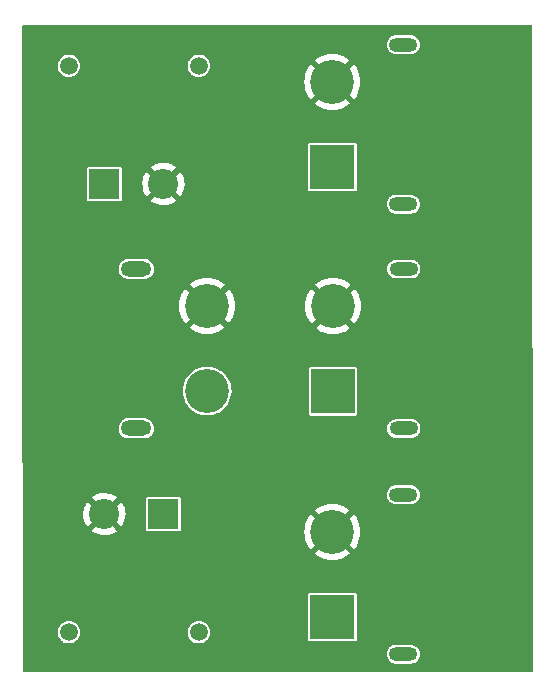
<source format=gbr>
%TF.GenerationSoftware,KiCad,Pcbnew,(6.0.5-0)*%
%TF.CreationDate,2024-03-03T20:53:33-05:00*%
%TF.ProjectId,power_PCB_v0.1,706f7765-725f-4504-9342-5f76302e312e,rev?*%
%TF.SameCoordinates,Original*%
%TF.FileFunction,Copper,L2,Bot*%
%TF.FilePolarity,Positive*%
%FSLAX46Y46*%
G04 Gerber Fmt 4.6, Leading zero omitted, Abs format (unit mm)*
G04 Created by KiCad (PCBNEW (6.0.5-0)) date 2024-03-03 20:53:33*
%MOMM*%
%LPD*%
G01*
G04 APERTURE LIST*
%TA.AperFunction,ComponentPad*%
%ADD10R,3.716000X3.716000*%
%TD*%
%TA.AperFunction,ComponentPad*%
%ADD11C,3.716000*%
%TD*%
%TA.AperFunction,ComponentPad*%
%ADD12O,2.400000X1.200000*%
%TD*%
%TA.AperFunction,ComponentPad*%
%ADD13C,2.550000*%
%TD*%
%TA.AperFunction,ComponentPad*%
%ADD14R,2.550000X2.550000*%
%TD*%
%TA.AperFunction,ComponentPad*%
%ADD15C,1.508000*%
%TD*%
%TA.AperFunction,ComponentPad*%
%ADD16O,2.600000X1.300000*%
%TD*%
G04 APERTURE END LIST*
D10*
%TO.P,J5,1,+*%
%TO.N,+BATT*%
X136750000Y-76750000D03*
D11*
%TO.P,J5,2,-*%
%TO.N,-BATT*%
X136750000Y-69550000D03*
D12*
%TO.P,J5,S1*%
%TO.N,N/C*%
X142750000Y-79900000D03*
%TO.P,J5,S2*%
X142750000Y-66400000D03*
%TD*%
D13*
%TO.P,J2,N,N*%
%TO.N,-BATT*%
X117450000Y-106144250D03*
D14*
%TO.P,J2,P,P*%
%TO.N,+BATT*%
X122450000Y-106144250D03*
D15*
%TO.P,J2,S1*%
%TO.N,N/C*%
X114450000Y-116144250D03*
%TO.P,J2,S2*%
X125450000Y-116144250D03*
%TD*%
D10*
%TO.P,J4,1,+*%
%TO.N,+BATT*%
X136800000Y-95750000D03*
D11*
%TO.P,J4,2,-*%
%TO.N,-BATT*%
X136800000Y-88550000D03*
D12*
%TO.P,J4,S1*%
%TO.N,N/C*%
X142800000Y-98900000D03*
%TO.P,J4,S2*%
X142800000Y-85400000D03*
%TD*%
D10*
%TO.P,J3,1,+*%
%TO.N,+BATT*%
X136750000Y-114850000D03*
D11*
%TO.P,J3,2,-*%
%TO.N,-BATT*%
X136750000Y-107650000D03*
D12*
%TO.P,J3,S1*%
%TO.N,N/C*%
X142750000Y-118000000D03*
%TO.P,J3,S2*%
X142750000Y-104500000D03*
%TD*%
D11*
%TO.P,J1,1,-*%
%TO.N,-BATT*%
X126150000Y-88537500D03*
%TO.P,J1,2,+*%
%TO.N,+BATT*%
X126150000Y-95737500D03*
D16*
%TO.P,J1,S1,SHIELD*%
%TO.N,N/C*%
X120150000Y-85387500D03*
%TO.P,J1,S2,SHIELD*%
X120150000Y-98887500D03*
%TD*%
D13*
%TO.P,J6,N,N*%
%TO.N,-BATT*%
X122450000Y-78200000D03*
D14*
%TO.P,J6,P,P*%
%TO.N,+BATT*%
X117450000Y-78200000D03*
D15*
%TO.P,J6,S1*%
%TO.N,N/C*%
X125450000Y-68200000D03*
%TO.P,J6,S2*%
X114450000Y-68200000D03*
%TD*%
%TA.AperFunction,Conductor*%
%TO.N,-BATT*%
G36*
X153625636Y-64776860D02*
G01*
X153672129Y-64830516D01*
X153683515Y-64882742D01*
X153732710Y-118800107D01*
X153733285Y-119430743D01*
X153713345Y-119498882D01*
X153659732Y-119545424D01*
X153607285Y-119556858D01*
X110659285Y-119556858D01*
X110591164Y-119536856D01*
X110544671Y-119483200D01*
X110533285Y-119430973D01*
X110532710Y-118800107D01*
X110531975Y-117994376D01*
X141344455Y-117994376D01*
X141363227Y-118172983D01*
X141421103Y-118342993D01*
X141515206Y-118495955D01*
X141520132Y-118500986D01*
X141520135Y-118500989D01*
X141523838Y-118504770D01*
X141640859Y-118624268D01*
X141646784Y-118628087D01*
X141646786Y-118628088D01*
X141785891Y-118717735D01*
X141791817Y-118721554D01*
X141798437Y-118723963D01*
X141798440Y-118723965D01*
X141953961Y-118780570D01*
X141953964Y-118780571D01*
X141960578Y-118782978D01*
X141987121Y-118786331D01*
X142095355Y-118800004D01*
X142095358Y-118800004D01*
X142099283Y-118800500D01*
X143395155Y-118800500D01*
X143528472Y-118785546D01*
X143535847Y-118782978D01*
X143603451Y-118759436D01*
X143698073Y-118726485D01*
X143705965Y-118721554D01*
X143844401Y-118635049D01*
X143850375Y-118631316D01*
X143914365Y-118567771D01*
X143972810Y-118509733D01*
X143972813Y-118509729D01*
X143977807Y-118504770D01*
X144074037Y-118353136D01*
X144084643Y-118323352D01*
X144131919Y-118190586D01*
X144131920Y-118190581D01*
X144134281Y-118183951D01*
X144135114Y-118176965D01*
X144135115Y-118176961D01*
X144154711Y-118012617D01*
X144155545Y-118005624D01*
X144136773Y-117827017D01*
X144078897Y-117657007D01*
X143984794Y-117504045D01*
X143979868Y-117499014D01*
X143979865Y-117499011D01*
X143919024Y-117436883D01*
X143859141Y-117375732D01*
X143842413Y-117364951D01*
X143714109Y-117282265D01*
X143708183Y-117278446D01*
X143701563Y-117276037D01*
X143701560Y-117276035D01*
X143546039Y-117219430D01*
X143546036Y-117219429D01*
X143539422Y-117217022D01*
X143482692Y-117209856D01*
X143404645Y-117199996D01*
X143404642Y-117199996D01*
X143400717Y-117199500D01*
X142104845Y-117199500D01*
X141971528Y-117214454D01*
X141964875Y-117216771D01*
X141964874Y-117216771D01*
X141896549Y-117240564D01*
X141801927Y-117273515D01*
X141795953Y-117277248D01*
X141795951Y-117277249D01*
X141787924Y-117282265D01*
X141649625Y-117368684D01*
X141585635Y-117432229D01*
X141527190Y-117490267D01*
X141527187Y-117490271D01*
X141522193Y-117495230D01*
X141425963Y-117646864D01*
X141423598Y-117653506D01*
X141368081Y-117809414D01*
X141368080Y-117809419D01*
X141365719Y-117816049D01*
X141364886Y-117823035D01*
X141364885Y-117823039D01*
X141349648Y-117950823D01*
X141344455Y-117994376D01*
X110531975Y-117994376D01*
X110530275Y-116130859D01*
X113490975Y-116130859D01*
X113506639Y-116317389D01*
X113558235Y-116497325D01*
X113643797Y-116663812D01*
X113647620Y-116668636D01*
X113647623Y-116668640D01*
X113740825Y-116786231D01*
X113760068Y-116810509D01*
X113764762Y-116814504D01*
X113875207Y-116908500D01*
X113902618Y-116931829D01*
X113907996Y-116934835D01*
X113907998Y-116934836D01*
X113942396Y-116954060D01*
X114066018Y-117023150D01*
X114244043Y-117080994D01*
X114429914Y-117103158D01*
X114436049Y-117102686D01*
X114436051Y-117102686D01*
X114610408Y-117089270D01*
X114610413Y-117089269D01*
X114616549Y-117088797D01*
X114622479Y-117087141D01*
X114622481Y-117087141D01*
X114790913Y-117040114D01*
X114790912Y-117040114D01*
X114796841Y-117038459D01*
X114827148Y-117023150D01*
X114875774Y-116998587D01*
X114963921Y-116954060D01*
X114992376Y-116931829D01*
X115106571Y-116842610D01*
X115106572Y-116842610D01*
X115111427Y-116838816D01*
X115233738Y-116697117D01*
X115326198Y-116534358D01*
X115385283Y-116356741D01*
X115408744Y-116171030D01*
X115409118Y-116144250D01*
X115407805Y-116130859D01*
X124490975Y-116130859D01*
X124506639Y-116317389D01*
X124558235Y-116497325D01*
X124643797Y-116663812D01*
X124647620Y-116668636D01*
X124647623Y-116668640D01*
X124740825Y-116786231D01*
X124760068Y-116810509D01*
X124764762Y-116814504D01*
X124875207Y-116908500D01*
X124902618Y-116931829D01*
X124907996Y-116934835D01*
X124907998Y-116934836D01*
X124942396Y-116954060D01*
X125066018Y-117023150D01*
X125244043Y-117080994D01*
X125429914Y-117103158D01*
X125436049Y-117102686D01*
X125436051Y-117102686D01*
X125610408Y-117089270D01*
X125610413Y-117089269D01*
X125616549Y-117088797D01*
X125622479Y-117087141D01*
X125622481Y-117087141D01*
X125790913Y-117040114D01*
X125790912Y-117040114D01*
X125796841Y-117038459D01*
X125827148Y-117023150D01*
X125875774Y-116998587D01*
X125963921Y-116954060D01*
X125992376Y-116931829D01*
X126106571Y-116842610D01*
X126106572Y-116842610D01*
X126111427Y-116838816D01*
X126207298Y-116727748D01*
X134691500Y-116727748D01*
X134703133Y-116786231D01*
X134747448Y-116852552D01*
X134813769Y-116896867D01*
X134825938Y-116899288D01*
X134825939Y-116899288D01*
X134866184Y-116907293D01*
X134872252Y-116908500D01*
X138627748Y-116908500D01*
X138633816Y-116907293D01*
X138674061Y-116899288D01*
X138674062Y-116899288D01*
X138686231Y-116896867D01*
X138752552Y-116852552D01*
X138796867Y-116786231D01*
X138808500Y-116727748D01*
X138808500Y-112972252D01*
X138796867Y-112913769D01*
X138752552Y-112847448D01*
X138686231Y-112803133D01*
X138674062Y-112800712D01*
X138674061Y-112800712D01*
X138633816Y-112792707D01*
X138627748Y-112791500D01*
X134872252Y-112791500D01*
X134866184Y-112792707D01*
X134825939Y-112800712D01*
X134825938Y-112800712D01*
X134813769Y-112803133D01*
X134747448Y-112847448D01*
X134703133Y-112913769D01*
X134691500Y-112972252D01*
X134691500Y-116727748D01*
X126207298Y-116727748D01*
X126233738Y-116697117D01*
X126326198Y-116534358D01*
X126385283Y-116356741D01*
X126408744Y-116171030D01*
X126409118Y-116144250D01*
X126390852Y-115957956D01*
X126336749Y-115778759D01*
X126248870Y-115613482D01*
X126244980Y-115608712D01*
X126244977Y-115608708D01*
X126134457Y-115473198D01*
X126134454Y-115473195D01*
X126130562Y-115468423D01*
X125986332Y-115349105D01*
X125821673Y-115260074D01*
X125732265Y-115232398D01*
X125648744Y-115206544D01*
X125648741Y-115206543D01*
X125642857Y-115204722D01*
X125636732Y-115204078D01*
X125636731Y-115204078D01*
X125462824Y-115185799D01*
X125462823Y-115185799D01*
X125456696Y-115185155D01*
X125380143Y-115192122D01*
X125276418Y-115201562D01*
X125276415Y-115201563D01*
X125270279Y-115202121D01*
X125264373Y-115203859D01*
X125264369Y-115203860D01*
X125129075Y-115243679D01*
X125090708Y-115254971D01*
X124924822Y-115341694D01*
X124920022Y-115345554D01*
X124920021Y-115345554D01*
X124910718Y-115353034D01*
X124778940Y-115458986D01*
X124658619Y-115602380D01*
X124655655Y-115607772D01*
X124655652Y-115607776D01*
X124581455Y-115742741D01*
X124568441Y-115766413D01*
X124566580Y-115772280D01*
X124566579Y-115772282D01*
X124562653Y-115784659D01*
X124511841Y-115944838D01*
X124490975Y-116130859D01*
X115407805Y-116130859D01*
X115390852Y-115957956D01*
X115336749Y-115778759D01*
X115248870Y-115613482D01*
X115244980Y-115608712D01*
X115244977Y-115608708D01*
X115134457Y-115473198D01*
X115134454Y-115473195D01*
X115130562Y-115468423D01*
X114986332Y-115349105D01*
X114821673Y-115260074D01*
X114732265Y-115232398D01*
X114648744Y-115206544D01*
X114648741Y-115206543D01*
X114642857Y-115204722D01*
X114636732Y-115204078D01*
X114636731Y-115204078D01*
X114462824Y-115185799D01*
X114462823Y-115185799D01*
X114456696Y-115185155D01*
X114380143Y-115192122D01*
X114276418Y-115201562D01*
X114276415Y-115201563D01*
X114270279Y-115202121D01*
X114264373Y-115203859D01*
X114264369Y-115203860D01*
X114129075Y-115243679D01*
X114090708Y-115254971D01*
X113924822Y-115341694D01*
X113920022Y-115345554D01*
X113920021Y-115345554D01*
X113910718Y-115353034D01*
X113778940Y-115458986D01*
X113658619Y-115602380D01*
X113655655Y-115607772D01*
X113655652Y-115607776D01*
X113581455Y-115742741D01*
X113568441Y-115766413D01*
X113566580Y-115772280D01*
X113566579Y-115772282D01*
X113562653Y-115784659D01*
X113511841Y-115944838D01*
X113490975Y-116130859D01*
X110530275Y-116130859D01*
X110524221Y-109495387D01*
X135270070Y-109495387D01*
X135276528Y-109504747D01*
X135303488Y-109528391D01*
X135310003Y-109533389D01*
X135561028Y-109701119D01*
X135568165Y-109705240D01*
X135838930Y-109838766D01*
X135846534Y-109841916D01*
X136132413Y-109938959D01*
X136140365Y-109941090D01*
X136436469Y-109999988D01*
X136444627Y-110001062D01*
X136745881Y-110020807D01*
X136754119Y-110020807D01*
X137055373Y-110001062D01*
X137063531Y-109999988D01*
X137359635Y-109941090D01*
X137367587Y-109938959D01*
X137653466Y-109841916D01*
X137661070Y-109838766D01*
X137931835Y-109705240D01*
X137938972Y-109701119D01*
X138189997Y-109533389D01*
X138196512Y-109528391D01*
X138221609Y-109506381D01*
X138230004Y-109493146D01*
X138224169Y-109483379D01*
X136762812Y-108022022D01*
X136748868Y-108014408D01*
X136747035Y-108014539D01*
X136740420Y-108018790D01*
X135277584Y-109481626D01*
X135270070Y-109495387D01*
X110524221Y-109495387D01*
X110522465Y-107571270D01*
X116387725Y-107571270D01*
X116396438Y-107582790D01*
X116498737Y-107657798D01*
X116506636Y-107662734D01*
X116732902Y-107781778D01*
X116741451Y-107785495D01*
X116982816Y-107869783D01*
X116991825Y-107872197D01*
X117243004Y-107919885D01*
X117252261Y-107920939D01*
X117507732Y-107930978D01*
X117517046Y-107930652D01*
X117771184Y-107902820D01*
X117780361Y-107901119D01*
X118027593Y-107836028D01*
X118036413Y-107832991D01*
X118271313Y-107732070D01*
X118279585Y-107727763D01*
X118398593Y-107654119D01*
X134379193Y-107654119D01*
X134398938Y-107955373D01*
X134400012Y-107963531D01*
X134458910Y-108259635D01*
X134461041Y-108267587D01*
X134558081Y-108553457D01*
X134561236Y-108561076D01*
X134694761Y-108831835D01*
X134698882Y-108838973D01*
X134866611Y-109089997D01*
X134871609Y-109096512D01*
X134893619Y-109121609D01*
X134906854Y-109130004D01*
X134916621Y-109124169D01*
X136377978Y-107662812D01*
X136384356Y-107651132D01*
X137114408Y-107651132D01*
X137114539Y-107652965D01*
X137118790Y-107659580D01*
X138581626Y-109122416D01*
X138595387Y-109129930D01*
X138604747Y-109123472D01*
X138628391Y-109096512D01*
X138633389Y-109089997D01*
X138801118Y-108838973D01*
X138805239Y-108831835D01*
X138938764Y-108561076D01*
X138941919Y-108553457D01*
X139038959Y-108267587D01*
X139041090Y-108259635D01*
X139099988Y-107963531D01*
X139101062Y-107955373D01*
X139120807Y-107654119D01*
X139120807Y-107645881D01*
X139101062Y-107344627D01*
X139099988Y-107336469D01*
X139041090Y-107040365D01*
X139038959Y-107032413D01*
X138941919Y-106746543D01*
X138938764Y-106738924D01*
X138805239Y-106468165D01*
X138801118Y-106461027D01*
X138633389Y-106210003D01*
X138628391Y-106203488D01*
X138606381Y-106178391D01*
X138593146Y-106169996D01*
X138583379Y-106175831D01*
X137122022Y-107637188D01*
X137114408Y-107651132D01*
X136384356Y-107651132D01*
X136385592Y-107648868D01*
X136385461Y-107647035D01*
X136381210Y-107640420D01*
X134918374Y-106177584D01*
X134904613Y-106170070D01*
X134895253Y-106176528D01*
X134871609Y-106203488D01*
X134866611Y-106210003D01*
X134698882Y-106461027D01*
X134694761Y-106468165D01*
X134561236Y-106738924D01*
X134558081Y-106746543D01*
X134461041Y-107032413D01*
X134458910Y-107040365D01*
X134400012Y-107336469D01*
X134398938Y-107344627D01*
X134379193Y-107645881D01*
X134379193Y-107654119D01*
X118398593Y-107654119D01*
X118496982Y-107593234D01*
X118504529Y-107587750D01*
X118506820Y-107585811D01*
X118515257Y-107573008D01*
X118509193Y-107562653D01*
X118385538Y-107438998D01*
X120974500Y-107438998D01*
X120986133Y-107497481D01*
X121030448Y-107563802D01*
X121096769Y-107608117D01*
X121108938Y-107610538D01*
X121108939Y-107610538D01*
X121149184Y-107618543D01*
X121155252Y-107619750D01*
X123744748Y-107619750D01*
X123750816Y-107618543D01*
X123791061Y-107610538D01*
X123791062Y-107610538D01*
X123803231Y-107608117D01*
X123869552Y-107563802D01*
X123913867Y-107497481D01*
X123925500Y-107438998D01*
X123925500Y-105806854D01*
X135269996Y-105806854D01*
X135275831Y-105816621D01*
X136737188Y-107277978D01*
X136751132Y-107285592D01*
X136752965Y-107285461D01*
X136759580Y-107281210D01*
X138222416Y-105818374D01*
X138229930Y-105804613D01*
X138223472Y-105795253D01*
X138196512Y-105771609D01*
X138189997Y-105766611D01*
X137938972Y-105598881D01*
X137931835Y-105594760D01*
X137661070Y-105461234D01*
X137653466Y-105458084D01*
X137367587Y-105361041D01*
X137359635Y-105358910D01*
X137063531Y-105300012D01*
X137055373Y-105298938D01*
X136754119Y-105279193D01*
X136745881Y-105279193D01*
X136444627Y-105298938D01*
X136436469Y-105300012D01*
X136140365Y-105358910D01*
X136132413Y-105361041D01*
X135846543Y-105458081D01*
X135838924Y-105461236D01*
X135568165Y-105594761D01*
X135561027Y-105598882D01*
X135310003Y-105766611D01*
X135303488Y-105771609D01*
X135278391Y-105793619D01*
X135269996Y-105806854D01*
X123925500Y-105806854D01*
X123925500Y-104849502D01*
X123913867Y-104791019D01*
X123869552Y-104724698D01*
X123803231Y-104680383D01*
X123791062Y-104677962D01*
X123791061Y-104677962D01*
X123750816Y-104669957D01*
X123744748Y-104668750D01*
X121155252Y-104668750D01*
X121149184Y-104669957D01*
X121108939Y-104677962D01*
X121108938Y-104677962D01*
X121096769Y-104680383D01*
X121030448Y-104724698D01*
X120986133Y-104791019D01*
X120974500Y-104849502D01*
X120974500Y-107438998D01*
X118385538Y-107438998D01*
X117462812Y-106516272D01*
X117448868Y-106508658D01*
X117447035Y-106508789D01*
X117440420Y-106513040D01*
X116394383Y-107559077D01*
X116387725Y-107571270D01*
X110522465Y-107571270D01*
X110521124Y-106102118D01*
X115662837Y-106102118D01*
X115675103Y-106357482D01*
X115676239Y-106366737D01*
X115726117Y-106617487D01*
X115728609Y-106626473D01*
X115815000Y-106867091D01*
X115818797Y-106875619D01*
X115939802Y-107100822D01*
X115944813Y-107108688D01*
X116011583Y-107198103D01*
X116022841Y-107206552D01*
X116035260Y-107199780D01*
X117077978Y-106157062D01*
X117084356Y-106145382D01*
X117814408Y-106145382D01*
X117814539Y-106147215D01*
X117818790Y-106153830D01*
X118868004Y-107203044D01*
X118880384Y-107209804D01*
X118888725Y-107203560D01*
X119018800Y-107001336D01*
X119023243Y-106993152D01*
X119128249Y-106760046D01*
X119131439Y-106751281D01*
X119200835Y-106505224D01*
X119202695Y-106496082D01*
X119235152Y-106240957D01*
X119235633Y-106234670D01*
X119237917Y-106147410D01*
X119237766Y-106141101D01*
X119218706Y-105884619D01*
X119217329Y-105875413D01*
X119160904Y-105626046D01*
X119158180Y-105617135D01*
X119065515Y-105378850D01*
X119061504Y-105370440D01*
X118934638Y-105148471D01*
X118929427Y-105140745D01*
X118889194Y-105089710D01*
X118877268Y-105081238D01*
X118865736Y-105087724D01*
X117822022Y-106131438D01*
X117814408Y-106145382D01*
X117084356Y-106145382D01*
X117085592Y-106143118D01*
X117085461Y-106141285D01*
X117081210Y-106134670D01*
X116033568Y-105087028D01*
X116020259Y-105079761D01*
X116010224Y-105086880D01*
X115997347Y-105102363D01*
X115991936Y-105109949D01*
X115859308Y-105328514D01*
X115855070Y-105336831D01*
X115756206Y-105572594D01*
X115753245Y-105581444D01*
X115690317Y-105829228D01*
X115688695Y-105838425D01*
X115663082Y-106092792D01*
X115662837Y-106102118D01*
X110521124Y-106102118D01*
X110519858Y-104714996D01*
X116385159Y-104714996D01*
X116389732Y-104724772D01*
X117437188Y-105772228D01*
X117451132Y-105779842D01*
X117452965Y-105779711D01*
X117459580Y-105775460D01*
X118506384Y-104728656D01*
X118512768Y-104716966D01*
X118503357Y-104704856D01*
X118361315Y-104606318D01*
X118353288Y-104601590D01*
X118135880Y-104494376D01*
X141344455Y-104494376D01*
X141363227Y-104672983D01*
X141365498Y-104679654D01*
X141407553Y-104803189D01*
X141421103Y-104842993D01*
X141424793Y-104848991D01*
X141424794Y-104848993D01*
X141431006Y-104859090D01*
X141515206Y-104995955D01*
X141520132Y-105000986D01*
X141520135Y-105000989D01*
X141523838Y-105004770D01*
X141640859Y-105124268D01*
X141646784Y-105128087D01*
X141646786Y-105128088D01*
X141785891Y-105217735D01*
X141791817Y-105221554D01*
X141798437Y-105223963D01*
X141798440Y-105223965D01*
X141953961Y-105280570D01*
X141953964Y-105280571D01*
X141960578Y-105282978D01*
X141987121Y-105286331D01*
X142095355Y-105300004D01*
X142095358Y-105300004D01*
X142099283Y-105300500D01*
X143395155Y-105300500D01*
X143528472Y-105285546D01*
X143535847Y-105282978D01*
X143603451Y-105259436D01*
X143698073Y-105226485D01*
X143705965Y-105221554D01*
X143844401Y-105135049D01*
X143850375Y-105131316D01*
X143914365Y-105067771D01*
X143972810Y-105009733D01*
X143972813Y-105009729D01*
X143977807Y-105004770D01*
X144074037Y-104853136D01*
X144099829Y-104780703D01*
X144131919Y-104690586D01*
X144131920Y-104690581D01*
X144134281Y-104683951D01*
X144135114Y-104676965D01*
X144135115Y-104676961D01*
X144154711Y-104512617D01*
X144155545Y-104505624D01*
X144151952Y-104471441D01*
X144137510Y-104334025D01*
X144137509Y-104334021D01*
X144136773Y-104327017D01*
X144078897Y-104157007D01*
X143984794Y-104004045D01*
X143979868Y-103999014D01*
X143979865Y-103999011D01*
X143919024Y-103936883D01*
X143859141Y-103875732D01*
X143842413Y-103864951D01*
X143714109Y-103782265D01*
X143708183Y-103778446D01*
X143701563Y-103776037D01*
X143701560Y-103776035D01*
X143546039Y-103719430D01*
X143546036Y-103719429D01*
X143539422Y-103717022D01*
X143482692Y-103709856D01*
X143404645Y-103699996D01*
X143404642Y-103699996D01*
X143400717Y-103699500D01*
X142104845Y-103699500D01*
X141971528Y-103714454D01*
X141964875Y-103716771D01*
X141964874Y-103716771D01*
X141896549Y-103740564D01*
X141801927Y-103773515D01*
X141795953Y-103777248D01*
X141795951Y-103777249D01*
X141787924Y-103782265D01*
X141649625Y-103868684D01*
X141585635Y-103932229D01*
X141527190Y-103990267D01*
X141527187Y-103990271D01*
X141522193Y-103995230D01*
X141425963Y-104146864D01*
X141423598Y-104153506D01*
X141368081Y-104309414D01*
X141368080Y-104309419D01*
X141365719Y-104316049D01*
X141364886Y-104323035D01*
X141364885Y-104323039D01*
X141349648Y-104450823D01*
X141344455Y-104494376D01*
X118135880Y-104494376D01*
X118123985Y-104488510D01*
X118115352Y-104485022D01*
X117871851Y-104407078D01*
X117862790Y-104404902D01*
X117610445Y-104363805D01*
X117601158Y-104362993D01*
X117345522Y-104359646D01*
X117336211Y-104360216D01*
X117082885Y-104394692D01*
X117073766Y-104396630D01*
X116828328Y-104468169D01*
X116819575Y-104471441D01*
X116587406Y-104578473D01*
X116579251Y-104582993D01*
X116394297Y-104704254D01*
X116385159Y-104714996D01*
X110519858Y-104714996D01*
X110514497Y-98839744D01*
X118645819Y-98839744D01*
X118646176Y-98846561D01*
X118646176Y-98846565D01*
X118654302Y-99001611D01*
X118655490Y-99024281D01*
X118657301Y-99030854D01*
X118657301Y-99030857D01*
X118682930Y-99123902D01*
X118704562Y-99202436D01*
X118790746Y-99365898D01*
X118910020Y-99507040D01*
X118915444Y-99511187D01*
X118915445Y-99511188D01*
X119051399Y-99615133D01*
X119051403Y-99615136D01*
X119056820Y-99619277D01*
X119063000Y-99622159D01*
X119063002Y-99622160D01*
X119218120Y-99694493D01*
X119218123Y-99694494D01*
X119224297Y-99697373D01*
X119230942Y-99698858D01*
X119230947Y-99698860D01*
X119339207Y-99723058D01*
X119404637Y-99737683D01*
X119410307Y-99738000D01*
X120846164Y-99738000D01*
X120983709Y-99723058D01*
X121158848Y-99664117D01*
X121317244Y-99568943D01*
X121353086Y-99535049D01*
X121446549Y-99446665D01*
X121446551Y-99446663D01*
X121451507Y-99441976D01*
X121555375Y-99289140D01*
X121557910Y-99282803D01*
X121621466Y-99123902D01*
X121621467Y-99123897D01*
X121624000Y-99117565D01*
X121654181Y-98935256D01*
X121652039Y-98894376D01*
X141394455Y-98894376D01*
X141395191Y-98901379D01*
X141395191Y-98901380D01*
X141398752Y-98935256D01*
X141413227Y-99072983D01*
X141415498Y-99079654D01*
X141455056Y-99195854D01*
X141471103Y-99242993D01*
X141565206Y-99395955D01*
X141570132Y-99400986D01*
X141570135Y-99400989D01*
X141573838Y-99404770D01*
X141690859Y-99524268D01*
X141696784Y-99528087D01*
X141696786Y-99528088D01*
X141835891Y-99617735D01*
X141841817Y-99621554D01*
X141848437Y-99623963D01*
X141848440Y-99623965D01*
X142003961Y-99680570D01*
X142003964Y-99680571D01*
X142010578Y-99682978D01*
X142037121Y-99686331D01*
X142145355Y-99700004D01*
X142145358Y-99700004D01*
X142149283Y-99700500D01*
X143445155Y-99700500D01*
X143578472Y-99685546D01*
X143585847Y-99682978D01*
X143653451Y-99659436D01*
X143748073Y-99626485D01*
X143754995Y-99622160D01*
X143894401Y-99535049D01*
X143900375Y-99531316D01*
X143996022Y-99436334D01*
X144022810Y-99409733D01*
X144022813Y-99409729D01*
X144027807Y-99404770D01*
X144124037Y-99253136D01*
X144139940Y-99208475D01*
X144181919Y-99090586D01*
X144181920Y-99090581D01*
X144184281Y-99083951D01*
X144185114Y-99076965D01*
X144185115Y-99076961D01*
X144204711Y-98912617D01*
X144205545Y-98905624D01*
X144197913Y-98833006D01*
X144187510Y-98734025D01*
X144187509Y-98734021D01*
X144186773Y-98727017D01*
X144165377Y-98664167D01*
X144131168Y-98563677D01*
X144131167Y-98563674D01*
X144128897Y-98557007D01*
X144034794Y-98404045D01*
X144029868Y-98399014D01*
X144029865Y-98399011D01*
X143965245Y-98333024D01*
X143909141Y-98275732D01*
X143897082Y-98267960D01*
X143764109Y-98182265D01*
X143758183Y-98178446D01*
X143751563Y-98176037D01*
X143751560Y-98176035D01*
X143596039Y-98119430D01*
X143596036Y-98119429D01*
X143589422Y-98117022D01*
X143523592Y-98108706D01*
X143454645Y-98099996D01*
X143454642Y-98099996D01*
X143450717Y-98099500D01*
X142154845Y-98099500D01*
X142021528Y-98114454D01*
X142014875Y-98116771D01*
X142014874Y-98116771D01*
X141946549Y-98140564D01*
X141851927Y-98173515D01*
X141845953Y-98177248D01*
X141845951Y-98177249D01*
X141799849Y-98206057D01*
X141699625Y-98268684D01*
X141639556Y-98328335D01*
X141577190Y-98390267D01*
X141577187Y-98390271D01*
X141572193Y-98395230D01*
X141568419Y-98401176D01*
X141568418Y-98401178D01*
X141562791Y-98410045D01*
X141475963Y-98546864D01*
X141473598Y-98553506D01*
X141418081Y-98709414D01*
X141418080Y-98709419D01*
X141415719Y-98716049D01*
X141414886Y-98723035D01*
X141414885Y-98723039D01*
X141412369Y-98744143D01*
X141394455Y-98894376D01*
X121652039Y-98894376D01*
X121648823Y-98833006D01*
X121644867Y-98757532D01*
X121644510Y-98750719D01*
X121637982Y-98727017D01*
X121597251Y-98579146D01*
X121595438Y-98572564D01*
X121509254Y-98409102D01*
X121389980Y-98267960D01*
X121384555Y-98263812D01*
X121248601Y-98159867D01*
X121248597Y-98159864D01*
X121243180Y-98155723D01*
X121237000Y-98152841D01*
X121236998Y-98152840D01*
X121081880Y-98080507D01*
X121081877Y-98080506D01*
X121075703Y-98077627D01*
X121069058Y-98076142D01*
X121069053Y-98076140D01*
X120929129Y-98044865D01*
X120895363Y-98037317D01*
X120889693Y-98037000D01*
X119453836Y-98037000D01*
X119316291Y-98051942D01*
X119141152Y-98110883D01*
X118982756Y-98206057D01*
X118977796Y-98210748D01*
X118977794Y-98210749D01*
X118903751Y-98280769D01*
X118848493Y-98333024D01*
X118744625Y-98485860D01*
X118742092Y-98492194D01*
X118742090Y-98492197D01*
X118678534Y-98651098D01*
X118678533Y-98651103D01*
X118676000Y-98657435D01*
X118645819Y-98839744D01*
X110514497Y-98839744D01*
X110511647Y-95715893D01*
X124086803Y-95715893D01*
X124102960Y-95996101D01*
X124103785Y-96000306D01*
X124103786Y-96000314D01*
X124114711Y-96055997D01*
X124156996Y-96271524D01*
X124158383Y-96275574D01*
X124158384Y-96275579D01*
X124246522Y-96533009D01*
X124247911Y-96537065D01*
X124374022Y-96787810D01*
X124376448Y-96791339D01*
X124376451Y-96791345D01*
X124485012Y-96949301D01*
X124532997Y-97019120D01*
X124721894Y-97226715D01*
X124725183Y-97229465D01*
X124933925Y-97404001D01*
X124933930Y-97404005D01*
X124937217Y-97406753D01*
X124992424Y-97441384D01*
X125171341Y-97553619D01*
X125171345Y-97553621D01*
X125174981Y-97555902D01*
X125430788Y-97671403D01*
X125480846Y-97686231D01*
X125695790Y-97749901D01*
X125695795Y-97749902D01*
X125699903Y-97751119D01*
X125704137Y-97751767D01*
X125704142Y-97751768D01*
X125948514Y-97789162D01*
X125977347Y-97793574D01*
X126120292Y-97795819D01*
X126253694Y-97797915D01*
X126253700Y-97797915D01*
X126257985Y-97797982D01*
X126536626Y-97764263D01*
X126808112Y-97693040D01*
X126812072Y-97691400D01*
X126812077Y-97691398D01*
X126965740Y-97627748D01*
X134741500Y-97627748D01*
X134742707Y-97633816D01*
X134750184Y-97671403D01*
X134753133Y-97686231D01*
X134797448Y-97752552D01*
X134863769Y-97796867D01*
X134875938Y-97799288D01*
X134875939Y-97799288D01*
X134916184Y-97807293D01*
X134922252Y-97808500D01*
X138677748Y-97808500D01*
X138683816Y-97807293D01*
X138724061Y-97799288D01*
X138724062Y-97799288D01*
X138736231Y-97796867D01*
X138802552Y-97752552D01*
X138846867Y-97686231D01*
X138849817Y-97671403D01*
X138857293Y-97633816D01*
X138858500Y-97627748D01*
X138858500Y-93872252D01*
X138846867Y-93813769D01*
X138836262Y-93797897D01*
X138809443Y-93757761D01*
X138802552Y-93747448D01*
X138736231Y-93703133D01*
X138724062Y-93700712D01*
X138724061Y-93700712D01*
X138683816Y-93692707D01*
X138677748Y-93691500D01*
X134922252Y-93691500D01*
X134916184Y-93692707D01*
X134875939Y-93700712D01*
X134875938Y-93700712D01*
X134863769Y-93703133D01*
X134797448Y-93747448D01*
X134790557Y-93757761D01*
X134763739Y-93797897D01*
X134753133Y-93813769D01*
X134741500Y-93872252D01*
X134741500Y-97627748D01*
X126965740Y-97627748D01*
X126980677Y-97621561D01*
X127067420Y-97585631D01*
X127118296Y-97555902D01*
X127306054Y-97446185D01*
X127306055Y-97446185D01*
X127309752Y-97444024D01*
X127530624Y-97270838D01*
X127725948Y-97069279D01*
X127728481Y-97065831D01*
X127728485Y-97065826D01*
X127889572Y-96846532D01*
X127892110Y-96843077D01*
X128026036Y-96596416D01*
X128125247Y-96333862D01*
X128187907Y-96060273D01*
X128212857Y-95780711D01*
X128213310Y-95737500D01*
X128194220Y-95457477D01*
X128188923Y-95431896D01*
X128138172Y-95186832D01*
X128137303Y-95182635D01*
X128043612Y-94918061D01*
X128033401Y-94898276D01*
X127916847Y-94672457D01*
X127916847Y-94672456D01*
X127914882Y-94668650D01*
X127904595Y-94654012D01*
X127755956Y-94442522D01*
X127753493Y-94439017D01*
X127562433Y-94233412D01*
X127345237Y-94055639D01*
X127105923Y-93908987D01*
X127083348Y-93899077D01*
X126852853Y-93797897D01*
X126848921Y-93796171D01*
X126829519Y-93790644D01*
X126713953Y-93757724D01*
X126578986Y-93719278D01*
X126373217Y-93689993D01*
X126305365Y-93680336D01*
X126305363Y-93680336D01*
X126301113Y-93679731D01*
X126296824Y-93679709D01*
X126296817Y-93679708D01*
X126024730Y-93678283D01*
X126024723Y-93678283D01*
X126020444Y-93678261D01*
X126016199Y-93678820D01*
X126016197Y-93678820D01*
X125952813Y-93687165D01*
X125742172Y-93714897D01*
X125471446Y-93788959D01*
X125213277Y-93899077D01*
X125067721Y-93986191D01*
X124976123Y-94041011D01*
X124976119Y-94041014D01*
X124972441Y-94043215D01*
X124753395Y-94218704D01*
X124750451Y-94221806D01*
X124750447Y-94221810D01*
X124563142Y-94419188D01*
X124560192Y-94422297D01*
X124396408Y-94650227D01*
X124265073Y-94898276D01*
X124263601Y-94902299D01*
X124263599Y-94902303D01*
X124256354Y-94922102D01*
X124168616Y-95161855D01*
X124108825Y-95436085D01*
X124086803Y-95715893D01*
X110511647Y-95715893D01*
X110506781Y-90382887D01*
X124670070Y-90382887D01*
X124676528Y-90392247D01*
X124703488Y-90415891D01*
X124710003Y-90420889D01*
X124961028Y-90588619D01*
X124968165Y-90592740D01*
X125238930Y-90726266D01*
X125246534Y-90729416D01*
X125532413Y-90826459D01*
X125540365Y-90828590D01*
X125836469Y-90887488D01*
X125844627Y-90888562D01*
X126145881Y-90908307D01*
X126154119Y-90908307D01*
X126455373Y-90888562D01*
X126463531Y-90887488D01*
X126759635Y-90828590D01*
X126767587Y-90826459D01*
X127053466Y-90729416D01*
X127061070Y-90726266D01*
X127331835Y-90592740D01*
X127338972Y-90588619D01*
X127589997Y-90420889D01*
X127596512Y-90415891D01*
X127619892Y-90395387D01*
X135320070Y-90395387D01*
X135326528Y-90404747D01*
X135353488Y-90428391D01*
X135360003Y-90433389D01*
X135611028Y-90601119D01*
X135618165Y-90605240D01*
X135888930Y-90738766D01*
X135896534Y-90741916D01*
X136182413Y-90838959D01*
X136190365Y-90841090D01*
X136486469Y-90899988D01*
X136494627Y-90901062D01*
X136795881Y-90920807D01*
X136804119Y-90920807D01*
X137105373Y-90901062D01*
X137113531Y-90899988D01*
X137409635Y-90841090D01*
X137417587Y-90838959D01*
X137703466Y-90741916D01*
X137711070Y-90738766D01*
X137981835Y-90605240D01*
X137988972Y-90601119D01*
X138239997Y-90433389D01*
X138246512Y-90428391D01*
X138271609Y-90406381D01*
X138280004Y-90393146D01*
X138274169Y-90383379D01*
X136812812Y-88922022D01*
X136798868Y-88914408D01*
X136797035Y-88914539D01*
X136790420Y-88918790D01*
X135327584Y-90381626D01*
X135320070Y-90395387D01*
X127619892Y-90395387D01*
X127621609Y-90393881D01*
X127630004Y-90380646D01*
X127624169Y-90370879D01*
X126162812Y-88909522D01*
X126148868Y-88901908D01*
X126147035Y-88902039D01*
X126140420Y-88906290D01*
X124677584Y-90369126D01*
X124670070Y-90382887D01*
X110506781Y-90382887D01*
X110505101Y-88541619D01*
X123779193Y-88541619D01*
X123798938Y-88842873D01*
X123800012Y-88851031D01*
X123858910Y-89147135D01*
X123861041Y-89155087D01*
X123958081Y-89440957D01*
X123961236Y-89448576D01*
X124094761Y-89719335D01*
X124098882Y-89726473D01*
X124266611Y-89977497D01*
X124271609Y-89984012D01*
X124293619Y-90009109D01*
X124306854Y-90017504D01*
X124316621Y-90011669D01*
X125777978Y-88550312D01*
X125784356Y-88538632D01*
X126514408Y-88538632D01*
X126514539Y-88540465D01*
X126518790Y-88547080D01*
X127981626Y-90009916D01*
X127995387Y-90017430D01*
X128004747Y-90010972D01*
X128028391Y-89984012D01*
X128033389Y-89977497D01*
X128201118Y-89726473D01*
X128205239Y-89719335D01*
X128338764Y-89448576D01*
X128341919Y-89440957D01*
X128438959Y-89155087D01*
X128441090Y-89147135D01*
X128499988Y-88851031D01*
X128501062Y-88842873D01*
X128519988Y-88554119D01*
X134429193Y-88554119D01*
X134448938Y-88855373D01*
X134450012Y-88863531D01*
X134508910Y-89159635D01*
X134511041Y-89167587D01*
X134608081Y-89453457D01*
X134611236Y-89461076D01*
X134744761Y-89731835D01*
X134748882Y-89738973D01*
X134916611Y-89989997D01*
X134921609Y-89996512D01*
X134943619Y-90021609D01*
X134956854Y-90030004D01*
X134966621Y-90024169D01*
X136427978Y-88562812D01*
X136434356Y-88551132D01*
X137164408Y-88551132D01*
X137164539Y-88552965D01*
X137168790Y-88559580D01*
X138631626Y-90022416D01*
X138645387Y-90029930D01*
X138654747Y-90023472D01*
X138678391Y-89996512D01*
X138683389Y-89989997D01*
X138851118Y-89738973D01*
X138855239Y-89731835D01*
X138988764Y-89461076D01*
X138991919Y-89453457D01*
X139088959Y-89167587D01*
X139091090Y-89159635D01*
X139149988Y-88863531D01*
X139151062Y-88855373D01*
X139170807Y-88554119D01*
X139170807Y-88545881D01*
X139151062Y-88244627D01*
X139149988Y-88236469D01*
X139091090Y-87940365D01*
X139088959Y-87932413D01*
X138991919Y-87646543D01*
X138988764Y-87638924D01*
X138855239Y-87368165D01*
X138851118Y-87361027D01*
X138683389Y-87110003D01*
X138678391Y-87103488D01*
X138656381Y-87078391D01*
X138643146Y-87069996D01*
X138633379Y-87075831D01*
X137172022Y-88537188D01*
X137164408Y-88551132D01*
X136434356Y-88551132D01*
X136435592Y-88548868D01*
X136435461Y-88547035D01*
X136431210Y-88540420D01*
X134968374Y-87077584D01*
X134954613Y-87070070D01*
X134945253Y-87076528D01*
X134921609Y-87103488D01*
X134916611Y-87110003D01*
X134748882Y-87361027D01*
X134744761Y-87368165D01*
X134611236Y-87638924D01*
X134608081Y-87646543D01*
X134511041Y-87932413D01*
X134508910Y-87940365D01*
X134450012Y-88236469D01*
X134448938Y-88244627D01*
X134429193Y-88545881D01*
X134429193Y-88554119D01*
X128519988Y-88554119D01*
X128520807Y-88541619D01*
X128520807Y-88533381D01*
X128501062Y-88232127D01*
X128499988Y-88223969D01*
X128441090Y-87927865D01*
X128438959Y-87919913D01*
X128341919Y-87634043D01*
X128338764Y-87626424D01*
X128205239Y-87355665D01*
X128201118Y-87348527D01*
X128033389Y-87097503D01*
X128028391Y-87090988D01*
X128006381Y-87065891D01*
X127993146Y-87057496D01*
X127983379Y-87063331D01*
X126522022Y-88524688D01*
X126514408Y-88538632D01*
X125784356Y-88538632D01*
X125785592Y-88536368D01*
X125785461Y-88534535D01*
X125781210Y-88527920D01*
X124318374Y-87065084D01*
X124304613Y-87057570D01*
X124295253Y-87064028D01*
X124271609Y-87090988D01*
X124266611Y-87097503D01*
X124098882Y-87348527D01*
X124094761Y-87355665D01*
X123961236Y-87626424D01*
X123958081Y-87634043D01*
X123861041Y-87919913D01*
X123858910Y-87927865D01*
X123800012Y-88223969D01*
X123798938Y-88232127D01*
X123779193Y-88533381D01*
X123779193Y-88541619D01*
X110505101Y-88541619D01*
X110503416Y-86694354D01*
X124669996Y-86694354D01*
X124675831Y-86704121D01*
X126137188Y-88165478D01*
X126151132Y-88173092D01*
X126152965Y-88172961D01*
X126159580Y-88168710D01*
X127621436Y-86706854D01*
X135319996Y-86706854D01*
X135325831Y-86716621D01*
X136787188Y-88177978D01*
X136801132Y-88185592D01*
X136802965Y-88185461D01*
X136809580Y-88181210D01*
X138272416Y-86718374D01*
X138279930Y-86704613D01*
X138273472Y-86695253D01*
X138246512Y-86671609D01*
X138239997Y-86666611D01*
X137988972Y-86498881D01*
X137981835Y-86494760D01*
X137711070Y-86361234D01*
X137703466Y-86358084D01*
X137417587Y-86261041D01*
X137409635Y-86258910D01*
X137113531Y-86200012D01*
X137105373Y-86198938D01*
X136804119Y-86179193D01*
X136795881Y-86179193D01*
X136494627Y-86198938D01*
X136486469Y-86200012D01*
X136190365Y-86258910D01*
X136182413Y-86261041D01*
X135896543Y-86358081D01*
X135888924Y-86361236D01*
X135618165Y-86494761D01*
X135611027Y-86498882D01*
X135360003Y-86666611D01*
X135353488Y-86671609D01*
X135328391Y-86693619D01*
X135319996Y-86706854D01*
X127621436Y-86706854D01*
X127622416Y-86705874D01*
X127629930Y-86692113D01*
X127623472Y-86682753D01*
X127596512Y-86659109D01*
X127589997Y-86654111D01*
X127338972Y-86486381D01*
X127331835Y-86482260D01*
X127061070Y-86348734D01*
X127053466Y-86345584D01*
X126767587Y-86248541D01*
X126759635Y-86246410D01*
X126463531Y-86187512D01*
X126455373Y-86186438D01*
X126154119Y-86166693D01*
X126145881Y-86166693D01*
X125844627Y-86186438D01*
X125836469Y-86187512D01*
X125540365Y-86246410D01*
X125532413Y-86248541D01*
X125246543Y-86345581D01*
X125238924Y-86348736D01*
X124968165Y-86482261D01*
X124961027Y-86486382D01*
X124710003Y-86654111D01*
X124703488Y-86659109D01*
X124678391Y-86681119D01*
X124669996Y-86694354D01*
X110503416Y-86694354D01*
X110502180Y-85339744D01*
X118645819Y-85339744D01*
X118646176Y-85346561D01*
X118646176Y-85346565D01*
X118654302Y-85501611D01*
X118655490Y-85524281D01*
X118657301Y-85530854D01*
X118657301Y-85530857D01*
X118682930Y-85623902D01*
X118704562Y-85702436D01*
X118790746Y-85865898D01*
X118910020Y-86007040D01*
X118915444Y-86011187D01*
X118915445Y-86011188D01*
X119051399Y-86115133D01*
X119051403Y-86115136D01*
X119056820Y-86119277D01*
X119063000Y-86122159D01*
X119063002Y-86122160D01*
X119218120Y-86194493D01*
X119218123Y-86194494D01*
X119224297Y-86197373D01*
X119230942Y-86198858D01*
X119230947Y-86198860D01*
X119339207Y-86223058D01*
X119404637Y-86237683D01*
X119410307Y-86238000D01*
X120846164Y-86238000D01*
X120983709Y-86223058D01*
X121158848Y-86164117D01*
X121317244Y-86068943D01*
X121353086Y-86035049D01*
X121446549Y-85946665D01*
X121446551Y-85946663D01*
X121451507Y-85941976D01*
X121555375Y-85789140D01*
X121557910Y-85782803D01*
X121621466Y-85623902D01*
X121621467Y-85623897D01*
X121624000Y-85617565D01*
X121654181Y-85435256D01*
X121652039Y-85394376D01*
X141394455Y-85394376D01*
X141395191Y-85401379D01*
X141395191Y-85401380D01*
X141398752Y-85435256D01*
X141413227Y-85572983D01*
X141415498Y-85579654D01*
X141455056Y-85695854D01*
X141471103Y-85742993D01*
X141565206Y-85895955D01*
X141570132Y-85900986D01*
X141570135Y-85900989D01*
X141573838Y-85904770D01*
X141690859Y-86024268D01*
X141696784Y-86028087D01*
X141696786Y-86028088D01*
X141835891Y-86117735D01*
X141841817Y-86121554D01*
X141848437Y-86123963D01*
X141848440Y-86123965D01*
X142003961Y-86180570D01*
X142003964Y-86180571D01*
X142010578Y-86182978D01*
X142067308Y-86190144D01*
X142145355Y-86200004D01*
X142145358Y-86200004D01*
X142149283Y-86200500D01*
X143445155Y-86200500D01*
X143578472Y-86185546D01*
X143585847Y-86182978D01*
X143653451Y-86159436D01*
X143748073Y-86126485D01*
X143754995Y-86122160D01*
X143894401Y-86035049D01*
X143900375Y-86031316D01*
X143996022Y-85936334D01*
X144022810Y-85909733D01*
X144022813Y-85909729D01*
X144027807Y-85904770D01*
X144124037Y-85753136D01*
X144139940Y-85708475D01*
X144181919Y-85590586D01*
X144181920Y-85590581D01*
X144184281Y-85583951D01*
X144185114Y-85576965D01*
X144185115Y-85576961D01*
X144204711Y-85412617D01*
X144205545Y-85405624D01*
X144197913Y-85333006D01*
X144187510Y-85234025D01*
X144187509Y-85234021D01*
X144186773Y-85227017D01*
X144165377Y-85164167D01*
X144131168Y-85063677D01*
X144131167Y-85063674D01*
X144128897Y-85057007D01*
X144034794Y-84904045D01*
X144029868Y-84899014D01*
X144029865Y-84899011D01*
X143965245Y-84833024D01*
X143909141Y-84775732D01*
X143897082Y-84767960D01*
X143764109Y-84682265D01*
X143758183Y-84678446D01*
X143751563Y-84676037D01*
X143751560Y-84676035D01*
X143596039Y-84619430D01*
X143596036Y-84619429D01*
X143589422Y-84617022D01*
X143523592Y-84608706D01*
X143454645Y-84599996D01*
X143454642Y-84599996D01*
X143450717Y-84599500D01*
X142154845Y-84599500D01*
X142021528Y-84614454D01*
X142014875Y-84616771D01*
X142014874Y-84616771D01*
X141946549Y-84640564D01*
X141851927Y-84673515D01*
X141845953Y-84677248D01*
X141845951Y-84677249D01*
X141799849Y-84706057D01*
X141699625Y-84768684D01*
X141639556Y-84828335D01*
X141577190Y-84890267D01*
X141577187Y-84890271D01*
X141572193Y-84895230D01*
X141568419Y-84901176D01*
X141568418Y-84901178D01*
X141562791Y-84910045D01*
X141475963Y-85046864D01*
X141473598Y-85053506D01*
X141418081Y-85209414D01*
X141418080Y-85209419D01*
X141415719Y-85216049D01*
X141414886Y-85223035D01*
X141414885Y-85223039D01*
X141412369Y-85244143D01*
X141394455Y-85394376D01*
X121652039Y-85394376D01*
X121648823Y-85333006D01*
X121644867Y-85257532D01*
X121644510Y-85250719D01*
X121637982Y-85227017D01*
X121597251Y-85079146D01*
X121595438Y-85072564D01*
X121509254Y-84909102D01*
X121389980Y-84767960D01*
X121384555Y-84763812D01*
X121248601Y-84659867D01*
X121248597Y-84659864D01*
X121243180Y-84655723D01*
X121237000Y-84652841D01*
X121236998Y-84652840D01*
X121081880Y-84580507D01*
X121081877Y-84580506D01*
X121075703Y-84577627D01*
X121069058Y-84576142D01*
X121069053Y-84576140D01*
X120929129Y-84544865D01*
X120895363Y-84537317D01*
X120889693Y-84537000D01*
X119453836Y-84537000D01*
X119316291Y-84551942D01*
X119141152Y-84610883D01*
X118982756Y-84706057D01*
X118977796Y-84710748D01*
X118977794Y-84710749D01*
X118903751Y-84780769D01*
X118848493Y-84833024D01*
X118744625Y-84985860D01*
X118742092Y-84992194D01*
X118742090Y-84992197D01*
X118678534Y-85151098D01*
X118678533Y-85151103D01*
X118676000Y-85157435D01*
X118645819Y-85339744D01*
X110502180Y-85339744D01*
X110496847Y-79494748D01*
X115974500Y-79494748D01*
X115986133Y-79553231D01*
X116030448Y-79619552D01*
X116096769Y-79663867D01*
X116108938Y-79666288D01*
X116108939Y-79666288D01*
X116149184Y-79674293D01*
X116155252Y-79675500D01*
X118744748Y-79675500D01*
X118750816Y-79674293D01*
X118791061Y-79666288D01*
X118791062Y-79666288D01*
X118803231Y-79663867D01*
X118858376Y-79627020D01*
X121387725Y-79627020D01*
X121396438Y-79638540D01*
X121498737Y-79713548D01*
X121506636Y-79718484D01*
X121732902Y-79837528D01*
X121741451Y-79841245D01*
X121982816Y-79925533D01*
X121991825Y-79927947D01*
X122243004Y-79975635D01*
X122252261Y-79976689D01*
X122507732Y-79986728D01*
X122517046Y-79986402D01*
X122771184Y-79958570D01*
X122780361Y-79956869D01*
X123017725Y-79894376D01*
X141344455Y-79894376D01*
X141345191Y-79901379D01*
X141345191Y-79901380D01*
X141352996Y-79975635D01*
X141363227Y-80072983D01*
X141421103Y-80242993D01*
X141515206Y-80395955D01*
X141520132Y-80400986D01*
X141520135Y-80400989D01*
X141523838Y-80404770D01*
X141640859Y-80524268D01*
X141646784Y-80528087D01*
X141646786Y-80528088D01*
X141785891Y-80617735D01*
X141791817Y-80621554D01*
X141798437Y-80623963D01*
X141798440Y-80623965D01*
X141953961Y-80680570D01*
X141953964Y-80680571D01*
X141960578Y-80682978D01*
X141987121Y-80686331D01*
X142095355Y-80700004D01*
X142095358Y-80700004D01*
X142099283Y-80700500D01*
X143395155Y-80700500D01*
X143528472Y-80685546D01*
X143535847Y-80682978D01*
X143603451Y-80659436D01*
X143698073Y-80626485D01*
X143705965Y-80621554D01*
X143844401Y-80535049D01*
X143850375Y-80531316D01*
X143914365Y-80467771D01*
X143972810Y-80409733D01*
X143972813Y-80409729D01*
X143977807Y-80404770D01*
X144074037Y-80253136D01*
X144084643Y-80223352D01*
X144131919Y-80090586D01*
X144131920Y-80090581D01*
X144134281Y-80083951D01*
X144135114Y-80076965D01*
X144135115Y-80076961D01*
X144154711Y-79912617D01*
X144155545Y-79905624D01*
X144136773Y-79727017D01*
X144115275Y-79663867D01*
X144081168Y-79563677D01*
X144081167Y-79563674D01*
X144078897Y-79557007D01*
X143984794Y-79404045D01*
X143979868Y-79399014D01*
X143979865Y-79399011D01*
X143919024Y-79336883D01*
X143859141Y-79275732D01*
X143842413Y-79264951D01*
X143714109Y-79182265D01*
X143708183Y-79178446D01*
X143701563Y-79176037D01*
X143701560Y-79176035D01*
X143546039Y-79119430D01*
X143546036Y-79119429D01*
X143539422Y-79117022D01*
X143482692Y-79109856D01*
X143404645Y-79099996D01*
X143404642Y-79099996D01*
X143400717Y-79099500D01*
X142104845Y-79099500D01*
X141971528Y-79114454D01*
X141964875Y-79116771D01*
X141964874Y-79116771D01*
X141896549Y-79140564D01*
X141801927Y-79173515D01*
X141795953Y-79177248D01*
X141795951Y-79177249D01*
X141659838Y-79262302D01*
X141649625Y-79268684D01*
X141585635Y-79332229D01*
X141527190Y-79390267D01*
X141527187Y-79390271D01*
X141522193Y-79395230D01*
X141425963Y-79546864D01*
X141419976Y-79563677D01*
X141368081Y-79709414D01*
X141368080Y-79709419D01*
X141365719Y-79716049D01*
X141364886Y-79723035D01*
X141364885Y-79723039D01*
X141357674Y-79783513D01*
X141344455Y-79894376D01*
X123017725Y-79894376D01*
X123027593Y-79891778D01*
X123036413Y-79888741D01*
X123271313Y-79787820D01*
X123279585Y-79783513D01*
X123496982Y-79648984D01*
X123504529Y-79643500D01*
X123506820Y-79641561D01*
X123515257Y-79628758D01*
X123509193Y-79618403D01*
X122462812Y-78572022D01*
X122448868Y-78564408D01*
X122447035Y-78564539D01*
X122440420Y-78568790D01*
X121394383Y-79614827D01*
X121387725Y-79627020D01*
X118858376Y-79627020D01*
X118869552Y-79619552D01*
X118913867Y-79553231D01*
X118925500Y-79494748D01*
X118925500Y-78157868D01*
X120662837Y-78157868D01*
X120675103Y-78413232D01*
X120676239Y-78422487D01*
X120726117Y-78673237D01*
X120728609Y-78682223D01*
X120815000Y-78922841D01*
X120818797Y-78931369D01*
X120939802Y-79156572D01*
X120944813Y-79164438D01*
X121011583Y-79253853D01*
X121022841Y-79262302D01*
X121035260Y-79255530D01*
X122077978Y-78212812D01*
X122084356Y-78201132D01*
X122814408Y-78201132D01*
X122814539Y-78202965D01*
X122818790Y-78209580D01*
X123868004Y-79258794D01*
X123880384Y-79265554D01*
X123888725Y-79259310D01*
X124018800Y-79057086D01*
X124023243Y-79048902D01*
X124128249Y-78815796D01*
X124131439Y-78807031D01*
X124182003Y-78627748D01*
X134691500Y-78627748D01*
X134703133Y-78686231D01*
X134747448Y-78752552D01*
X134813769Y-78796867D01*
X134825938Y-78799288D01*
X134825939Y-78799288D01*
X134864867Y-78807031D01*
X134872252Y-78808500D01*
X138627748Y-78808500D01*
X138635133Y-78807031D01*
X138674061Y-78799288D01*
X138674062Y-78799288D01*
X138686231Y-78796867D01*
X138752552Y-78752552D01*
X138796867Y-78686231D01*
X138808500Y-78627748D01*
X138808500Y-74872252D01*
X138796867Y-74813769D01*
X138752552Y-74747448D01*
X138686231Y-74703133D01*
X138674062Y-74700712D01*
X138674061Y-74700712D01*
X138633816Y-74692707D01*
X138627748Y-74691500D01*
X134872252Y-74691500D01*
X134866184Y-74692707D01*
X134825939Y-74700712D01*
X134825938Y-74700712D01*
X134813769Y-74703133D01*
X134747448Y-74747448D01*
X134703133Y-74813769D01*
X134691500Y-74872252D01*
X134691500Y-78627748D01*
X124182003Y-78627748D01*
X124200835Y-78560974D01*
X124202695Y-78551832D01*
X124235152Y-78296707D01*
X124235633Y-78290420D01*
X124237917Y-78203160D01*
X124237766Y-78196851D01*
X124218706Y-77940369D01*
X124217329Y-77931163D01*
X124160904Y-77681796D01*
X124158180Y-77672885D01*
X124065515Y-77434600D01*
X124061504Y-77426190D01*
X123934638Y-77204221D01*
X123929427Y-77196495D01*
X123889194Y-77145460D01*
X123877268Y-77136988D01*
X123865736Y-77143474D01*
X122822022Y-78187188D01*
X122814408Y-78201132D01*
X122084356Y-78201132D01*
X122085592Y-78198868D01*
X122085461Y-78197035D01*
X122081210Y-78190420D01*
X121033568Y-77142778D01*
X121020259Y-77135511D01*
X121010224Y-77142630D01*
X120997347Y-77158113D01*
X120991936Y-77165699D01*
X120859308Y-77384264D01*
X120855070Y-77392581D01*
X120756206Y-77628344D01*
X120753245Y-77637194D01*
X120690317Y-77884978D01*
X120688695Y-77894175D01*
X120663082Y-78148542D01*
X120662837Y-78157868D01*
X118925500Y-78157868D01*
X118925500Y-76905252D01*
X118913867Y-76846769D01*
X118869552Y-76780448D01*
X118855032Y-76770746D01*
X121385159Y-76770746D01*
X121389732Y-76780522D01*
X122437188Y-77827978D01*
X122451132Y-77835592D01*
X122452965Y-77835461D01*
X122459580Y-77831210D01*
X123506384Y-76784406D01*
X123512768Y-76772716D01*
X123503357Y-76760606D01*
X123361315Y-76662068D01*
X123353288Y-76657340D01*
X123123985Y-76544260D01*
X123115352Y-76540772D01*
X122871851Y-76462828D01*
X122862790Y-76460652D01*
X122610445Y-76419555D01*
X122601158Y-76418743D01*
X122345522Y-76415396D01*
X122336211Y-76415966D01*
X122082885Y-76450442D01*
X122073766Y-76452380D01*
X121828328Y-76523919D01*
X121819575Y-76527191D01*
X121587406Y-76634223D01*
X121579251Y-76638743D01*
X121394297Y-76760004D01*
X121385159Y-76770746D01*
X118855032Y-76770746D01*
X118803231Y-76736133D01*
X118791062Y-76733712D01*
X118791061Y-76733712D01*
X118750816Y-76725707D01*
X118744748Y-76724500D01*
X116155252Y-76724500D01*
X116149184Y-76725707D01*
X116108939Y-76733712D01*
X116108938Y-76733712D01*
X116096769Y-76736133D01*
X116030448Y-76780448D01*
X115986133Y-76846769D01*
X115974500Y-76905252D01*
X115974500Y-79494748D01*
X110496847Y-79494748D01*
X110489457Y-71395387D01*
X135270070Y-71395387D01*
X135276528Y-71404747D01*
X135303488Y-71428391D01*
X135310003Y-71433389D01*
X135561028Y-71601119D01*
X135568165Y-71605240D01*
X135838930Y-71738766D01*
X135846534Y-71741916D01*
X136132413Y-71838959D01*
X136140365Y-71841090D01*
X136436469Y-71899988D01*
X136444627Y-71901062D01*
X136745881Y-71920807D01*
X136754119Y-71920807D01*
X137055373Y-71901062D01*
X137063531Y-71899988D01*
X137359635Y-71841090D01*
X137367587Y-71838959D01*
X137653466Y-71741916D01*
X137661070Y-71738766D01*
X137931835Y-71605240D01*
X137938972Y-71601119D01*
X138189997Y-71433389D01*
X138196512Y-71428391D01*
X138221609Y-71406381D01*
X138230004Y-71393146D01*
X138224169Y-71383379D01*
X136762812Y-69922022D01*
X136748868Y-69914408D01*
X136747035Y-69914539D01*
X136740420Y-69918790D01*
X135277584Y-71381626D01*
X135270070Y-71395387D01*
X110489457Y-71395387D01*
X110487777Y-69554119D01*
X134379193Y-69554119D01*
X134398938Y-69855373D01*
X134400012Y-69863531D01*
X134458910Y-70159635D01*
X134461041Y-70167587D01*
X134558081Y-70453457D01*
X134561236Y-70461076D01*
X134694761Y-70731835D01*
X134698882Y-70738973D01*
X134866611Y-70989997D01*
X134871609Y-70996512D01*
X134893619Y-71021609D01*
X134906854Y-71030004D01*
X134916621Y-71024169D01*
X136377978Y-69562812D01*
X136384356Y-69551132D01*
X137114408Y-69551132D01*
X137114539Y-69552965D01*
X137118790Y-69559580D01*
X138581626Y-71022416D01*
X138595387Y-71029930D01*
X138604747Y-71023472D01*
X138628391Y-70996512D01*
X138633389Y-70989997D01*
X138801118Y-70738973D01*
X138805239Y-70731835D01*
X138938764Y-70461076D01*
X138941919Y-70453457D01*
X139038959Y-70167587D01*
X139041090Y-70159635D01*
X139099988Y-69863531D01*
X139101062Y-69855373D01*
X139120807Y-69554119D01*
X139120807Y-69545881D01*
X139101062Y-69244627D01*
X139099988Y-69236469D01*
X139041090Y-68940365D01*
X139038959Y-68932413D01*
X138941919Y-68646543D01*
X138938764Y-68638924D01*
X138805239Y-68368165D01*
X138801118Y-68361027D01*
X138633389Y-68110003D01*
X138628391Y-68103488D01*
X138606381Y-68078391D01*
X138593146Y-68069996D01*
X138583379Y-68075831D01*
X137122022Y-69537188D01*
X137114408Y-69551132D01*
X136384356Y-69551132D01*
X136385592Y-69548868D01*
X136385461Y-69547035D01*
X136381210Y-69540420D01*
X134918374Y-68077584D01*
X134904613Y-68070070D01*
X134895253Y-68076528D01*
X134871609Y-68103488D01*
X134866611Y-68110003D01*
X134698882Y-68361027D01*
X134694761Y-68368165D01*
X134561236Y-68638924D01*
X134558081Y-68646543D01*
X134461041Y-68932413D01*
X134458910Y-68940365D01*
X134400012Y-69236469D01*
X134398938Y-69244627D01*
X134379193Y-69545881D01*
X134379193Y-69554119D01*
X110487777Y-69554119D01*
X110486529Y-68186609D01*
X113490975Y-68186609D01*
X113506639Y-68373139D01*
X113558235Y-68553075D01*
X113561050Y-68558552D01*
X113561051Y-68558555D01*
X113640982Y-68714085D01*
X113643797Y-68719562D01*
X113647620Y-68724386D01*
X113647623Y-68724390D01*
X113670194Y-68752867D01*
X113760068Y-68866259D01*
X113902618Y-68987579D01*
X113907996Y-68990585D01*
X113907998Y-68990586D01*
X113942396Y-69009810D01*
X114066018Y-69078900D01*
X114244043Y-69136744D01*
X114429914Y-69158908D01*
X114436049Y-69158436D01*
X114436051Y-69158436D01*
X114610408Y-69145020D01*
X114610413Y-69145019D01*
X114616549Y-69144547D01*
X114622479Y-69142891D01*
X114622481Y-69142891D01*
X114790913Y-69095864D01*
X114790912Y-69095864D01*
X114796841Y-69094209D01*
X114827148Y-69078900D01*
X114875774Y-69054337D01*
X114963921Y-69009810D01*
X114992376Y-68987579D01*
X115106571Y-68898360D01*
X115106572Y-68898360D01*
X115111427Y-68894566D01*
X115233738Y-68752867D01*
X115326198Y-68590108D01*
X115385283Y-68412491D01*
X115408744Y-68226780D01*
X115409118Y-68200000D01*
X115407805Y-68186609D01*
X124490975Y-68186609D01*
X124506639Y-68373139D01*
X124558235Y-68553075D01*
X124561050Y-68558552D01*
X124561051Y-68558555D01*
X124640982Y-68714085D01*
X124643797Y-68719562D01*
X124647620Y-68724386D01*
X124647623Y-68724390D01*
X124670194Y-68752867D01*
X124760068Y-68866259D01*
X124902618Y-68987579D01*
X124907996Y-68990585D01*
X124907998Y-68990586D01*
X124942396Y-69009810D01*
X125066018Y-69078900D01*
X125244043Y-69136744D01*
X125429914Y-69158908D01*
X125436049Y-69158436D01*
X125436051Y-69158436D01*
X125610408Y-69145020D01*
X125610413Y-69145019D01*
X125616549Y-69144547D01*
X125622479Y-69142891D01*
X125622481Y-69142891D01*
X125790913Y-69095864D01*
X125790912Y-69095864D01*
X125796841Y-69094209D01*
X125827148Y-69078900D01*
X125875774Y-69054337D01*
X125963921Y-69009810D01*
X125992376Y-68987579D01*
X126106571Y-68898360D01*
X126106572Y-68898360D01*
X126111427Y-68894566D01*
X126233738Y-68752867D01*
X126326198Y-68590108D01*
X126385283Y-68412491D01*
X126408744Y-68226780D01*
X126409118Y-68200000D01*
X126390852Y-68013706D01*
X126336749Y-67834509D01*
X126327316Y-67816768D01*
X126268874Y-67706854D01*
X135269996Y-67706854D01*
X135275831Y-67716621D01*
X136737188Y-69177978D01*
X136751132Y-69185592D01*
X136752965Y-69185461D01*
X136759580Y-69181210D01*
X138222416Y-67718374D01*
X138229930Y-67704613D01*
X138223472Y-67695253D01*
X138196512Y-67671609D01*
X138189997Y-67666611D01*
X137938972Y-67498881D01*
X137931835Y-67494760D01*
X137661070Y-67361234D01*
X137653466Y-67358084D01*
X137367587Y-67261041D01*
X137359635Y-67258910D01*
X137063531Y-67200012D01*
X137055373Y-67198938D01*
X136754119Y-67179193D01*
X136745881Y-67179193D01*
X136444627Y-67198938D01*
X136436469Y-67200012D01*
X136140365Y-67258910D01*
X136132413Y-67261041D01*
X135846543Y-67358081D01*
X135838924Y-67361236D01*
X135568165Y-67494761D01*
X135561027Y-67498882D01*
X135310003Y-67666611D01*
X135303488Y-67671609D01*
X135278391Y-67693619D01*
X135269996Y-67706854D01*
X126268874Y-67706854D01*
X126251764Y-67674674D01*
X126251762Y-67674671D01*
X126248870Y-67669232D01*
X126244980Y-67664462D01*
X126244977Y-67664458D01*
X126134457Y-67528948D01*
X126134454Y-67528945D01*
X126130562Y-67524173D01*
X126099990Y-67498881D01*
X125991081Y-67408784D01*
X125986332Y-67404855D01*
X125821673Y-67315824D01*
X125732265Y-67288148D01*
X125648744Y-67262294D01*
X125648741Y-67262293D01*
X125642857Y-67260472D01*
X125636732Y-67259828D01*
X125636731Y-67259828D01*
X125462824Y-67241549D01*
X125462823Y-67241549D01*
X125456696Y-67240905D01*
X125380143Y-67247872D01*
X125276418Y-67257312D01*
X125276415Y-67257313D01*
X125270279Y-67257871D01*
X125264373Y-67259609D01*
X125264369Y-67259610D01*
X125129075Y-67299429D01*
X125090708Y-67310721D01*
X124924822Y-67397444D01*
X124920022Y-67401304D01*
X124920021Y-67401304D01*
X124910718Y-67408784D01*
X124778940Y-67514736D01*
X124658619Y-67658130D01*
X124655655Y-67663522D01*
X124655652Y-67663526D01*
X124581455Y-67798491D01*
X124568441Y-67822163D01*
X124566580Y-67828030D01*
X124566579Y-67828032D01*
X124562653Y-67840409D01*
X124511841Y-68000588D01*
X124490975Y-68186609D01*
X115407805Y-68186609D01*
X115390852Y-68013706D01*
X115336749Y-67834509D01*
X115327316Y-67816768D01*
X115251764Y-67674674D01*
X115251762Y-67674671D01*
X115248870Y-67669232D01*
X115244980Y-67664462D01*
X115244977Y-67664458D01*
X115134457Y-67528948D01*
X115134454Y-67528945D01*
X115130562Y-67524173D01*
X115099990Y-67498881D01*
X114991081Y-67408784D01*
X114986332Y-67404855D01*
X114821673Y-67315824D01*
X114732265Y-67288148D01*
X114648744Y-67262294D01*
X114648741Y-67262293D01*
X114642857Y-67260472D01*
X114636732Y-67259828D01*
X114636731Y-67259828D01*
X114462824Y-67241549D01*
X114462823Y-67241549D01*
X114456696Y-67240905D01*
X114380143Y-67247872D01*
X114276418Y-67257312D01*
X114276415Y-67257313D01*
X114270279Y-67257871D01*
X114264373Y-67259609D01*
X114264369Y-67259610D01*
X114129075Y-67299429D01*
X114090708Y-67310721D01*
X113924822Y-67397444D01*
X113920022Y-67401304D01*
X113920021Y-67401304D01*
X113910718Y-67408784D01*
X113778940Y-67514736D01*
X113658619Y-67658130D01*
X113655655Y-67663522D01*
X113655652Y-67663526D01*
X113581455Y-67798491D01*
X113568441Y-67822163D01*
X113566580Y-67828030D01*
X113566579Y-67828032D01*
X113562653Y-67840409D01*
X113511841Y-68000588D01*
X113490975Y-68186609D01*
X110486529Y-68186609D01*
X110484894Y-66394376D01*
X141344455Y-66394376D01*
X141363227Y-66572983D01*
X141421103Y-66742993D01*
X141515206Y-66895955D01*
X141520132Y-66900986D01*
X141520135Y-66900989D01*
X141523838Y-66904770D01*
X141640859Y-67024268D01*
X141646784Y-67028087D01*
X141646786Y-67028088D01*
X141785891Y-67117735D01*
X141791817Y-67121554D01*
X141798437Y-67123963D01*
X141798440Y-67123965D01*
X141953961Y-67180570D01*
X141953964Y-67180571D01*
X141960578Y-67182978D01*
X141987121Y-67186331D01*
X142095355Y-67200004D01*
X142095358Y-67200004D01*
X142099283Y-67200500D01*
X143395155Y-67200500D01*
X143528472Y-67185546D01*
X143535847Y-67182978D01*
X143603451Y-67159436D01*
X143698073Y-67126485D01*
X143705965Y-67121554D01*
X143844401Y-67035049D01*
X143850375Y-67031316D01*
X143914365Y-66967771D01*
X143972810Y-66909733D01*
X143972813Y-66909729D01*
X143977807Y-66904770D01*
X144074037Y-66753136D01*
X144084643Y-66723352D01*
X144131919Y-66590586D01*
X144131920Y-66590581D01*
X144134281Y-66583951D01*
X144135114Y-66576965D01*
X144135115Y-66576961D01*
X144154711Y-66412617D01*
X144155545Y-66405624D01*
X144136773Y-66227017D01*
X144078897Y-66057007D01*
X143984794Y-65904045D01*
X143979868Y-65899014D01*
X143979865Y-65899011D01*
X143919024Y-65836883D01*
X143859141Y-65775732D01*
X143842413Y-65764951D01*
X143714109Y-65682265D01*
X143708183Y-65678446D01*
X143701563Y-65676037D01*
X143701560Y-65676035D01*
X143546039Y-65619430D01*
X143546036Y-65619429D01*
X143539422Y-65617022D01*
X143482692Y-65609856D01*
X143404645Y-65599996D01*
X143404642Y-65599996D01*
X143400717Y-65599500D01*
X142104845Y-65599500D01*
X141971528Y-65614454D01*
X141964875Y-65616771D01*
X141964874Y-65616771D01*
X141896549Y-65640564D01*
X141801927Y-65673515D01*
X141795953Y-65677248D01*
X141795951Y-65677249D01*
X141787924Y-65682265D01*
X141649625Y-65768684D01*
X141585635Y-65832229D01*
X141527190Y-65890267D01*
X141527187Y-65890271D01*
X141522193Y-65895230D01*
X141425963Y-66046864D01*
X141423598Y-66053506D01*
X141368081Y-66209414D01*
X141368080Y-66209419D01*
X141365719Y-66216049D01*
X141364886Y-66223035D01*
X141364885Y-66223039D01*
X141349648Y-66350823D01*
X141344455Y-66394376D01*
X110484894Y-66394376D01*
X110483515Y-64882973D01*
X110503455Y-64814834D01*
X110557068Y-64768292D01*
X110609515Y-64756858D01*
X153557515Y-64756858D01*
X153625636Y-64776860D01*
G37*
%TD.AperFunction*%
%TD*%
M02*

</source>
